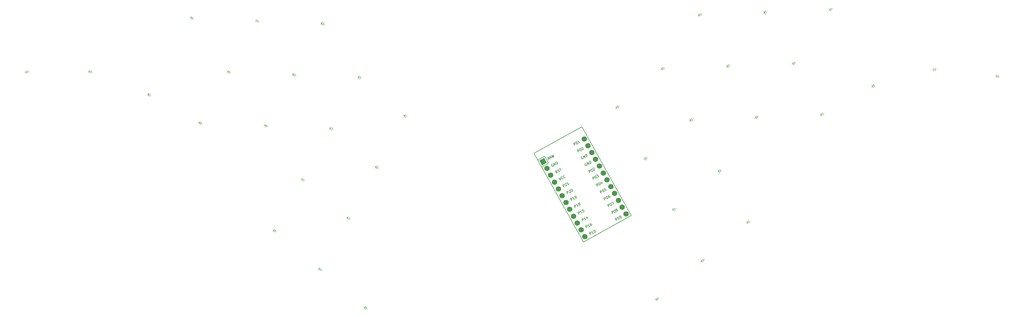
<source format=gbr>
%TF.GenerationSoftware,KiCad,Pcbnew,8.0.8-2.fc41*%
%TF.CreationDate,2025-01-20T23:34:32+01:00*%
%TF.ProjectId,laserraven_traced_and_silked_screws,6c617365-7272-4617-9665-6e5f74726163,1.0.0*%
%TF.SameCoordinates,Original*%
%TF.FileFunction,Legend,Top*%
%TF.FilePolarity,Positive*%
%FSLAX46Y46*%
G04 Gerber Fmt 4.6, Leading zero omitted, Abs format (unit mm)*
G04 Created by KiCad (PCBNEW 8.0.8-2.fc41) date 2025-01-20 23:34:32*
%MOMM*%
%LPD*%
G01*
G04 APERTURE LIST*
G04 Aperture macros list*
%AMRotRect*
0 Rectangle, with rotation*
0 The origin of the aperture is its center*
0 $1 length*
0 $2 width*
0 $3 Rotation angle, in degrees counterclockwise*
0 Add horizontal line*
21,1,$1,$2,0,0,$3*%
G04 Aperture macros list end*
%ADD10C,0.150000*%
%ADD11C,0.100000*%
%ADD12RotRect,1.752600X1.752600X299.000000*%
%ADD13C,1.752600*%
G04 APERTURE END LIST*
D10*
X234298651Y-197801024D02*
X233910803Y-197101328D01*
X233910803Y-197101328D02*
X234177354Y-196953577D01*
X234177354Y-196953577D02*
X234262461Y-196949958D01*
X234262461Y-196949958D02*
X234314248Y-196964808D01*
X234314248Y-196964808D02*
X234384505Y-197012976D01*
X234384505Y-197012976D02*
X234439912Y-197112933D01*
X234439912Y-197112933D02*
X234443531Y-197198040D01*
X234443531Y-197198040D02*
X234428681Y-197249827D01*
X234428681Y-197249827D02*
X234380512Y-197320084D01*
X234380512Y-197320084D02*
X234113962Y-197467836D01*
X235364854Y-197210018D02*
X234965028Y-197431645D01*
X235164941Y-197320832D02*
X234777093Y-196621136D01*
X234777093Y-196621136D02*
X234765862Y-196758030D01*
X234765862Y-196758030D02*
X234736163Y-196861606D01*
X234736163Y-196861606D02*
X234687994Y-196931863D01*
X235706028Y-196411113D02*
X235964593Y-196877577D01*
X235391683Y-196236907D02*
X235502122Y-196829035D01*
X235502122Y-196829035D02*
X235935267Y-196588938D01*
X232843670Y-175374578D02*
X232455822Y-174674882D01*
X232455822Y-174674882D02*
X232722373Y-174527131D01*
X232722373Y-174527131D02*
X232807480Y-174523512D01*
X232807480Y-174523512D02*
X232859267Y-174538362D01*
X232859267Y-174538362D02*
X232929524Y-174586530D01*
X232929524Y-174586530D02*
X232984931Y-174686487D01*
X232984931Y-174686487D02*
X232988550Y-174771594D01*
X232988550Y-174771594D02*
X232973700Y-174823381D01*
X232973700Y-174823381D02*
X232925531Y-174893638D01*
X232925531Y-174893638D02*
X232658981Y-175041390D01*
X233288793Y-174213159D02*
X233355431Y-174176221D01*
X233355431Y-174176221D02*
X233440538Y-174172602D01*
X233440538Y-174172602D02*
X233492325Y-174187452D01*
X233492325Y-174187452D02*
X233562582Y-174235621D01*
X233562582Y-174235621D02*
X233669777Y-174350427D01*
X233669777Y-174350427D02*
X233762122Y-174517021D01*
X233762122Y-174517021D02*
X233802678Y-174668766D01*
X233802678Y-174668766D02*
X233806297Y-174753872D01*
X233806297Y-174753872D02*
X233791448Y-174805660D01*
X233791448Y-174805660D02*
X233743279Y-174875917D01*
X233743279Y-174875917D02*
X233676641Y-174912855D01*
X233676641Y-174912855D02*
X233591534Y-174916474D01*
X233591534Y-174916474D02*
X233539747Y-174901624D01*
X233539747Y-174901624D02*
X233469490Y-174853455D01*
X233469490Y-174853455D02*
X233362295Y-174738649D01*
X233362295Y-174738649D02*
X233269951Y-174572054D01*
X233269951Y-174572054D02*
X233229394Y-174420310D01*
X233229394Y-174420310D02*
X233225775Y-174335203D01*
X233225775Y-174335203D02*
X233240625Y-174283416D01*
X233240625Y-174283416D02*
X233288793Y-174213159D01*
X233955171Y-173843780D02*
X234021808Y-173806842D01*
X234021808Y-173806842D02*
X234106915Y-173803223D01*
X234106915Y-173803223D02*
X234158703Y-173818073D01*
X234158703Y-173818073D02*
X234228959Y-173866242D01*
X234228959Y-173866242D02*
X234336154Y-173981048D01*
X234336154Y-173981048D02*
X234428499Y-174147642D01*
X234428499Y-174147642D02*
X234469056Y-174299387D01*
X234469056Y-174299387D02*
X234472675Y-174384493D01*
X234472675Y-174384493D02*
X234457825Y-174436281D01*
X234457825Y-174436281D02*
X234409656Y-174506538D01*
X234409656Y-174506538D02*
X234343018Y-174543476D01*
X234343018Y-174543476D02*
X234257912Y-174547095D01*
X234257912Y-174547095D02*
X234206124Y-174532245D01*
X234206124Y-174532245D02*
X234135867Y-174484076D01*
X234135867Y-174484076D02*
X234028672Y-174369270D01*
X234028672Y-174369270D02*
X233936328Y-174202675D01*
X233936328Y-174202675D02*
X233895771Y-174050931D01*
X233895771Y-174050931D02*
X233892152Y-173965825D01*
X233892152Y-173965825D02*
X233907002Y-173914037D01*
X233907002Y-173914037D02*
X233955171Y-173843780D01*
X236537918Y-182039179D02*
X236150070Y-181339483D01*
X236150070Y-181339483D02*
X236416621Y-181191732D01*
X236416621Y-181191732D02*
X236501728Y-181188113D01*
X236501728Y-181188113D02*
X236553515Y-181202963D01*
X236553515Y-181202963D02*
X236623772Y-181251131D01*
X236623772Y-181251131D02*
X236679179Y-181351088D01*
X236679179Y-181351088D02*
X236682798Y-181436195D01*
X236682798Y-181436195D02*
X236667948Y-181487982D01*
X236667948Y-181487982D02*
X236619779Y-181558239D01*
X236619779Y-181558239D02*
X236353229Y-181705991D01*
X236983041Y-180877760D02*
X237049679Y-180840822D01*
X237049679Y-180840822D02*
X237134786Y-180837203D01*
X237134786Y-180837203D02*
X237186573Y-180852053D01*
X237186573Y-180852053D02*
X237256830Y-180900222D01*
X237256830Y-180900222D02*
X237364025Y-181015028D01*
X237364025Y-181015028D02*
X237456370Y-181181622D01*
X237456370Y-181181622D02*
X237496926Y-181333367D01*
X237496926Y-181333367D02*
X237500545Y-181418473D01*
X237500545Y-181418473D02*
X237485696Y-181470261D01*
X237485696Y-181470261D02*
X237437527Y-181540518D01*
X237437527Y-181540518D02*
X237370889Y-181577456D01*
X237370889Y-181577456D02*
X237285782Y-181581075D01*
X237285782Y-181581075D02*
X237233995Y-181566225D01*
X237233995Y-181566225D02*
X237163738Y-181518056D01*
X237163738Y-181518056D02*
X237056543Y-181403250D01*
X237056543Y-181403250D02*
X236964199Y-181236655D01*
X236964199Y-181236655D02*
X236923642Y-181084911D01*
X236923642Y-181084911D02*
X236920023Y-180999804D01*
X236920023Y-180999804D02*
X236934873Y-180948017D01*
X236934873Y-180948017D02*
X236983041Y-180877760D01*
X237519762Y-180667363D02*
X237534612Y-180615576D01*
X237534612Y-180615576D02*
X237582781Y-180545319D01*
X237582781Y-180545319D02*
X237749375Y-180452974D01*
X237749375Y-180452974D02*
X237834482Y-180449355D01*
X237834482Y-180449355D02*
X237886269Y-180464205D01*
X237886269Y-180464205D02*
X237956526Y-180512374D01*
X237956526Y-180512374D02*
X237993464Y-180579012D01*
X237993464Y-180579012D02*
X238015552Y-180697437D01*
X238015552Y-180697437D02*
X237837353Y-181318890D01*
X237837353Y-181318890D02*
X238270498Y-181078794D01*
X239000751Y-186482247D02*
X238612903Y-185782551D01*
X238612903Y-185782551D02*
X238879454Y-185634800D01*
X238879454Y-185634800D02*
X238964561Y-185631181D01*
X238964561Y-185631181D02*
X239016348Y-185646031D01*
X239016348Y-185646031D02*
X239086605Y-185694199D01*
X239086605Y-185694199D02*
X239142012Y-185794156D01*
X239142012Y-185794156D02*
X239145631Y-185879263D01*
X239145631Y-185879263D02*
X239130781Y-185931050D01*
X239130781Y-185931050D02*
X239082612Y-186001307D01*
X239082612Y-186001307D02*
X238816062Y-186149059D01*
X239445874Y-185320828D02*
X239512512Y-185283890D01*
X239512512Y-185283890D02*
X239597619Y-185280271D01*
X239597619Y-185280271D02*
X239649406Y-185295121D01*
X239649406Y-185295121D02*
X239719663Y-185343290D01*
X239719663Y-185343290D02*
X239826858Y-185458096D01*
X239826858Y-185458096D02*
X239919203Y-185624690D01*
X239919203Y-185624690D02*
X239959759Y-185776435D01*
X239959759Y-185776435D02*
X239963378Y-185861541D01*
X239963378Y-185861541D02*
X239948529Y-185913329D01*
X239948529Y-185913329D02*
X239900360Y-185983586D01*
X239900360Y-185983586D02*
X239833722Y-186020524D01*
X239833722Y-186020524D02*
X239748615Y-186024143D01*
X239748615Y-186024143D02*
X239696828Y-186009293D01*
X239696828Y-186009293D02*
X239626571Y-185961124D01*
X239626571Y-185961124D02*
X239519376Y-185846318D01*
X239519376Y-185846318D02*
X239427032Y-185679723D01*
X239427032Y-185679723D02*
X239386475Y-185527979D01*
X239386475Y-185527979D02*
X239382856Y-185442872D01*
X239382856Y-185442872D02*
X239397706Y-185391085D01*
X239397706Y-185391085D02*
X239445874Y-185320828D01*
X240408128Y-185092336D02*
X240666693Y-185558800D01*
X240093783Y-184918130D02*
X240204222Y-185510258D01*
X240204222Y-185510258D02*
X240637367Y-185270161D01*
X229372987Y-188914887D02*
X228985139Y-188215191D01*
X228985139Y-188215191D02*
X229251690Y-188067440D01*
X229251690Y-188067440D02*
X229336797Y-188063821D01*
X229336797Y-188063821D02*
X229388584Y-188078671D01*
X229388584Y-188078671D02*
X229458841Y-188126839D01*
X229458841Y-188126839D02*
X229514248Y-188226796D01*
X229514248Y-188226796D02*
X229517867Y-188311903D01*
X229517867Y-188311903D02*
X229503017Y-188363690D01*
X229503017Y-188363690D02*
X229454848Y-188433947D01*
X229454848Y-188433947D02*
X229188298Y-188581699D01*
X229688454Y-187912450D02*
X229703304Y-187860662D01*
X229703304Y-187860662D02*
X229751473Y-187790406D01*
X229751473Y-187790406D02*
X229918067Y-187698061D01*
X229918067Y-187698061D02*
X230003174Y-187694442D01*
X230003174Y-187694442D02*
X230054961Y-187709292D01*
X230054961Y-187709292D02*
X230125218Y-187757461D01*
X230125218Y-187757461D02*
X230162156Y-187824098D01*
X230162156Y-187824098D02*
X230184244Y-187942524D01*
X230184244Y-187942524D02*
X230006045Y-188563977D01*
X230006045Y-188563977D02*
X230439190Y-188323881D01*
X230484488Y-187384089D02*
X230551125Y-187347151D01*
X230551125Y-187347151D02*
X230636232Y-187343532D01*
X230636232Y-187343532D02*
X230688020Y-187358382D01*
X230688020Y-187358382D02*
X230758276Y-187406551D01*
X230758276Y-187406551D02*
X230865471Y-187521357D01*
X230865471Y-187521357D02*
X230957816Y-187687951D01*
X230957816Y-187687951D02*
X230998373Y-187839696D01*
X230998373Y-187839696D02*
X231001992Y-187924802D01*
X231001992Y-187924802D02*
X230987142Y-187976590D01*
X230987142Y-187976590D02*
X230938973Y-188046847D01*
X230938973Y-188046847D02*
X230872335Y-188083785D01*
X230872335Y-188083785D02*
X230787229Y-188087404D01*
X230787229Y-188087404D02*
X230735441Y-188072554D01*
X230735441Y-188072554D02*
X230665184Y-188024385D01*
X230665184Y-188024385D02*
X230557989Y-187909579D01*
X230557989Y-187909579D02*
X230465645Y-187742984D01*
X230465645Y-187742984D02*
X230425088Y-187591240D01*
X230425088Y-187591240D02*
X230421469Y-187506134D01*
X230421469Y-187506134D02*
X230436319Y-187454346D01*
X230436319Y-187454346D02*
X230484488Y-187384089D01*
X233067235Y-195579487D02*
X232679387Y-194879791D01*
X232679387Y-194879791D02*
X232945938Y-194732040D01*
X232945938Y-194732040D02*
X233031045Y-194728421D01*
X233031045Y-194728421D02*
X233082832Y-194743271D01*
X233082832Y-194743271D02*
X233153089Y-194791439D01*
X233153089Y-194791439D02*
X233208496Y-194891396D01*
X233208496Y-194891396D02*
X233212115Y-194976503D01*
X233212115Y-194976503D02*
X233197265Y-195028290D01*
X233197265Y-195028290D02*
X233149096Y-195098547D01*
X233149096Y-195098547D02*
X232882546Y-195246299D01*
X234133438Y-194988481D02*
X233733612Y-195210108D01*
X233933525Y-195099295D02*
X233545677Y-194399599D01*
X233545677Y-194399599D02*
X233534446Y-194536493D01*
X233534446Y-194536493D02*
X233504747Y-194640069D01*
X233504747Y-194640069D02*
X233456578Y-194710326D01*
X234378649Y-193937875D02*
X234045460Y-194122565D01*
X234045460Y-194122565D02*
X234196831Y-194474222D01*
X234196831Y-194474222D02*
X234211681Y-194422434D01*
X234211681Y-194422434D02*
X234259849Y-194352178D01*
X234259849Y-194352178D02*
X234426444Y-194259833D01*
X234426444Y-194259833D02*
X234511550Y-194256214D01*
X234511550Y-194256214D02*
X234563338Y-194271064D01*
X234563338Y-194271064D02*
X234633595Y-194319233D01*
X234633595Y-194319233D02*
X234725939Y-194485827D01*
X234725939Y-194485827D02*
X234729558Y-194570933D01*
X234729558Y-194570933D02*
X234714709Y-194622721D01*
X234714709Y-194622721D02*
X234666540Y-194692978D01*
X234666540Y-194692978D02*
X234499946Y-194785323D01*
X234499946Y-194785323D02*
X234414839Y-194788942D01*
X234414839Y-194788942D02*
X234363051Y-194774092D01*
X236761484Y-202244089D02*
X236373636Y-201544393D01*
X236373636Y-201544393D02*
X236640187Y-201396642D01*
X236640187Y-201396642D02*
X236725294Y-201393023D01*
X236725294Y-201393023D02*
X236777081Y-201407873D01*
X236777081Y-201407873D02*
X236847338Y-201456041D01*
X236847338Y-201456041D02*
X236902745Y-201555998D01*
X236902745Y-201555998D02*
X236906364Y-201641105D01*
X236906364Y-201641105D02*
X236891514Y-201692892D01*
X236891514Y-201692892D02*
X236843345Y-201763149D01*
X236843345Y-201763149D02*
X236576795Y-201910901D01*
X237827687Y-201653083D02*
X237427861Y-201874710D01*
X237627774Y-201763897D02*
X237239926Y-201064201D01*
X237239926Y-201064201D02*
X237228695Y-201201095D01*
X237228695Y-201201095D02*
X237198996Y-201304671D01*
X237198996Y-201304671D02*
X237150827Y-201374928D01*
X237872985Y-200713291D02*
X237939622Y-200676353D01*
X237939622Y-200676353D02*
X238024729Y-200672734D01*
X238024729Y-200672734D02*
X238076517Y-200687584D01*
X238076517Y-200687584D02*
X238146773Y-200735753D01*
X238146773Y-200735753D02*
X238253968Y-200850559D01*
X238253968Y-200850559D02*
X238346313Y-201017153D01*
X238346313Y-201017153D02*
X238386870Y-201168898D01*
X238386870Y-201168898D02*
X238390489Y-201254004D01*
X238390489Y-201254004D02*
X238375639Y-201305792D01*
X238375639Y-201305792D02*
X238327470Y-201376049D01*
X238327470Y-201376049D02*
X238260832Y-201412987D01*
X238260832Y-201412987D02*
X238175726Y-201416606D01*
X238175726Y-201416606D02*
X238123938Y-201401756D01*
X238123938Y-201401756D02*
X238053681Y-201353587D01*
X238053681Y-201353587D02*
X237946486Y-201238781D01*
X237946486Y-201238781D02*
X237854142Y-201072186D01*
X237854142Y-201072186D02*
X237813585Y-200920442D01*
X237813585Y-200920442D02*
X237809966Y-200835336D01*
X237809966Y-200835336D02*
X237824816Y-200783548D01*
X237824816Y-200783548D02*
X237872985Y-200713291D01*
X231612254Y-173153045D02*
X231224406Y-172453349D01*
X231224406Y-172453349D02*
X231490957Y-172305598D01*
X231490957Y-172305598D02*
X231576064Y-172301979D01*
X231576064Y-172301979D02*
X231627851Y-172316829D01*
X231627851Y-172316829D02*
X231698108Y-172364997D01*
X231698108Y-172364997D02*
X231753515Y-172464954D01*
X231753515Y-172464954D02*
X231757134Y-172550061D01*
X231757134Y-172550061D02*
X231742284Y-172601848D01*
X231742284Y-172601848D02*
X231694115Y-172672105D01*
X231694115Y-172672105D02*
X231427565Y-172819857D01*
X232057377Y-171991626D02*
X232124015Y-171954688D01*
X232124015Y-171954688D02*
X232209122Y-171951069D01*
X232209122Y-171951069D02*
X232260909Y-171965919D01*
X232260909Y-171965919D02*
X232331166Y-172014088D01*
X232331166Y-172014088D02*
X232438361Y-172128894D01*
X232438361Y-172128894D02*
X232530706Y-172295488D01*
X232530706Y-172295488D02*
X232571262Y-172447233D01*
X232571262Y-172447233D02*
X232574881Y-172532339D01*
X232574881Y-172532339D02*
X232560032Y-172584127D01*
X232560032Y-172584127D02*
X232511863Y-172654384D01*
X232511863Y-172654384D02*
X232445225Y-172691322D01*
X232445225Y-172691322D02*
X232360118Y-172694941D01*
X232360118Y-172694941D02*
X232308331Y-172680091D01*
X232308331Y-172680091D02*
X232238074Y-172631922D01*
X232238074Y-172631922D02*
X232130879Y-172517116D01*
X232130879Y-172517116D02*
X232038535Y-172350521D01*
X232038535Y-172350521D02*
X231997978Y-172198777D01*
X231997978Y-172198777D02*
X231994359Y-172113670D01*
X231994359Y-172113670D02*
X232009209Y-172061883D01*
X232009209Y-172061883D02*
X232057377Y-171991626D01*
X233344834Y-172192660D02*
X232945008Y-172414287D01*
X233144921Y-172303474D02*
X232757073Y-171603778D01*
X232757073Y-171603778D02*
X232745842Y-171740672D01*
X232745842Y-171740672D02*
X232716143Y-171844248D01*
X232716143Y-171844248D02*
X232667974Y-171914505D01*
X231835820Y-193357955D02*
X231447972Y-192658259D01*
X231447972Y-192658259D02*
X231714523Y-192510508D01*
X231714523Y-192510508D02*
X231799630Y-192506889D01*
X231799630Y-192506889D02*
X231851417Y-192521739D01*
X231851417Y-192521739D02*
X231921674Y-192569907D01*
X231921674Y-192569907D02*
X231977081Y-192669864D01*
X231977081Y-192669864D02*
X231980700Y-192754971D01*
X231980700Y-192754971D02*
X231965850Y-192806758D01*
X231965850Y-192806758D02*
X231917681Y-192877015D01*
X231917681Y-192877015D02*
X231651131Y-193024767D01*
X232902023Y-192766949D02*
X232502197Y-192988576D01*
X232702110Y-192877763D02*
X232314262Y-192178067D01*
X232314262Y-192178067D02*
X232303031Y-192314961D01*
X232303031Y-192314961D02*
X232273332Y-192418537D01*
X232273332Y-192418537D02*
X232225163Y-192488794D01*
X233080222Y-192145496D02*
X232995115Y-192149115D01*
X232995115Y-192149115D02*
X232943328Y-192134265D01*
X232943328Y-192134265D02*
X232873071Y-192086096D01*
X232873071Y-192086096D02*
X232854602Y-192052777D01*
X232854602Y-192052777D02*
X232850983Y-191967670D01*
X232850983Y-191967670D02*
X232865833Y-191915883D01*
X232865833Y-191915883D02*
X232914002Y-191845626D01*
X232914002Y-191845626D02*
X233047277Y-191771750D01*
X233047277Y-191771750D02*
X233132384Y-191768131D01*
X233132384Y-191768131D02*
X233184171Y-191782981D01*
X233184171Y-191782981D02*
X233254428Y-191831150D01*
X233254428Y-191831150D02*
X233272897Y-191864469D01*
X233272897Y-191864469D02*
X233276516Y-191949575D01*
X233276516Y-191949575D02*
X233261666Y-192001363D01*
X233261666Y-192001363D02*
X233213497Y-192071620D01*
X233213497Y-192071620D02*
X233080222Y-192145496D01*
X233080222Y-192145496D02*
X233032053Y-192215752D01*
X233032053Y-192215752D02*
X233017203Y-192267540D01*
X233017203Y-192267540D02*
X233020822Y-192352647D01*
X233020822Y-192352647D02*
X233094698Y-192485922D01*
X233094698Y-192485922D02*
X233164955Y-192534091D01*
X233164955Y-192534091D02*
X233216743Y-192548941D01*
X233216743Y-192548941D02*
X233301849Y-192545322D01*
X233301849Y-192545322D02*
X233435125Y-192471446D01*
X233435125Y-192471446D02*
X233483294Y-192401189D01*
X233483294Y-192401189D02*
X233498143Y-192349401D01*
X233498143Y-192349401D02*
X233494524Y-192264295D01*
X233494524Y-192264295D02*
X233420649Y-192131019D01*
X233420649Y-192131019D02*
X233350392Y-192082851D01*
X233350392Y-192082851D02*
X233298604Y-192068001D01*
X233298604Y-192068001D02*
X233213497Y-192071620D01*
X223582413Y-177604059D02*
X223164492Y-177400153D01*
X223182587Y-177825686D02*
X222794740Y-177125990D01*
X222794740Y-177125990D02*
X223061290Y-176978239D01*
X223061290Y-176978239D02*
X223146397Y-176974620D01*
X223146397Y-176974620D02*
X223198185Y-176989470D01*
X223198185Y-176989470D02*
X223268442Y-177037638D01*
X223268442Y-177037638D02*
X223323848Y-177137595D01*
X223323848Y-177137595D02*
X223327467Y-177222701D01*
X223327467Y-177222701D02*
X223312617Y-177274489D01*
X223312617Y-177274489D02*
X223264449Y-177344746D01*
X223264449Y-177344746D02*
X222997898Y-177492497D01*
X223738151Y-177256394D02*
X224071339Y-177071705D01*
X223782327Y-177493245D02*
X223627711Y-176664267D01*
X223627711Y-176664267D02*
X224248790Y-177234680D01*
X224027537Y-176442640D02*
X224581979Y-177049991D01*
X224581979Y-177049991D02*
X224438220Y-176476332D01*
X224438220Y-176476332D02*
X224848529Y-176902239D01*
X224848529Y-176902239D02*
X224627276Y-176110199D01*
X226145201Y-181991721D02*
X225727280Y-181787815D01*
X225745375Y-182213348D02*
X225357527Y-181513652D01*
X225357527Y-181513652D02*
X225624078Y-181365901D01*
X225624078Y-181365901D02*
X225709185Y-181362282D01*
X225709185Y-181362282D02*
X225760973Y-181377132D01*
X225760973Y-181377132D02*
X225831229Y-181425300D01*
X225831229Y-181425300D02*
X225886636Y-181525257D01*
X225886636Y-181525257D02*
X225890255Y-181610363D01*
X225890255Y-181610363D02*
X225875405Y-181662151D01*
X225875405Y-181662151D02*
X225827236Y-181732408D01*
X225827236Y-181732408D02*
X225560686Y-181880159D01*
X226393283Y-181810650D02*
X226511709Y-181788562D01*
X226511709Y-181788562D02*
X226678303Y-181696218D01*
X226678303Y-181696218D02*
X226726472Y-181625961D01*
X226726472Y-181625961D02*
X226741321Y-181574173D01*
X226741321Y-181574173D02*
X226737702Y-181489067D01*
X226737702Y-181489067D02*
X226700765Y-181422429D01*
X226700765Y-181422429D02*
X226630508Y-181374260D01*
X226630508Y-181374260D02*
X226578720Y-181359410D01*
X226578720Y-181359410D02*
X226493613Y-181363029D01*
X226493613Y-181363029D02*
X226341869Y-181403586D01*
X226341869Y-181403586D02*
X226256762Y-181407205D01*
X226256762Y-181407205D02*
X226204975Y-181392355D01*
X226204975Y-181392355D02*
X226134718Y-181344187D01*
X226134718Y-181344187D02*
X226097780Y-181277549D01*
X226097780Y-181277549D02*
X226094161Y-181192442D01*
X226094161Y-181192442D02*
X226109011Y-181140654D01*
X226109011Y-181140654D02*
X226157180Y-181070398D01*
X226157180Y-181070398D02*
X226323774Y-180978053D01*
X226323774Y-180978053D02*
X226442199Y-180955965D01*
X226623644Y-180811832D02*
X227023470Y-180590205D01*
X227211405Y-181400715D02*
X226823557Y-180701019D01*
X242695001Y-193146848D02*
X242307153Y-192447152D01*
X242307153Y-192447152D02*
X242573704Y-192299401D01*
X242573704Y-192299401D02*
X242658811Y-192295782D01*
X242658811Y-192295782D02*
X242710598Y-192310632D01*
X242710598Y-192310632D02*
X242780855Y-192358800D01*
X242780855Y-192358800D02*
X242836262Y-192458757D01*
X242836262Y-192458757D02*
X242839881Y-192543864D01*
X242839881Y-192543864D02*
X242825031Y-192595651D01*
X242825031Y-192595651D02*
X242776862Y-192665908D01*
X242776862Y-192665908D02*
X242510312Y-192813660D01*
X243140124Y-191985429D02*
X243206762Y-191948491D01*
X243206762Y-191948491D02*
X243291869Y-191944872D01*
X243291869Y-191944872D02*
X243343656Y-191959722D01*
X243343656Y-191959722D02*
X243413913Y-192007891D01*
X243413913Y-192007891D02*
X243521108Y-192122697D01*
X243521108Y-192122697D02*
X243613453Y-192289291D01*
X243613453Y-192289291D02*
X243654009Y-192441036D01*
X243654009Y-192441036D02*
X243657628Y-192526142D01*
X243657628Y-192526142D02*
X243642779Y-192577930D01*
X243642779Y-192577930D02*
X243594610Y-192648187D01*
X243594610Y-192648187D02*
X243527972Y-192685125D01*
X243527972Y-192685125D02*
X243442865Y-192688744D01*
X243442865Y-192688744D02*
X243391078Y-192673894D01*
X243391078Y-192673894D02*
X243320821Y-192625725D01*
X243320821Y-192625725D02*
X243213626Y-192510919D01*
X243213626Y-192510919D02*
X243121282Y-192344324D01*
X243121282Y-192344324D02*
X243080725Y-192192580D01*
X243080725Y-192192580D02*
X243077106Y-192107473D01*
X243077106Y-192107473D02*
X243091956Y-192055686D01*
X243091956Y-192055686D02*
X243140124Y-191985429D01*
X243606588Y-191726864D02*
X244073052Y-191468298D01*
X244073052Y-191468298D02*
X244161030Y-192334215D01*
X228141572Y-186693351D02*
X227753724Y-185993655D01*
X227753724Y-185993655D02*
X228020275Y-185845904D01*
X228020275Y-185845904D02*
X228105382Y-185842285D01*
X228105382Y-185842285D02*
X228157169Y-185857135D01*
X228157169Y-185857135D02*
X228227426Y-185905303D01*
X228227426Y-185905303D02*
X228282833Y-186005260D01*
X228282833Y-186005260D02*
X228286452Y-186090367D01*
X228286452Y-186090367D02*
X228271602Y-186142154D01*
X228271602Y-186142154D02*
X228223433Y-186212411D01*
X228223433Y-186212411D02*
X227956883Y-186360163D01*
X228457039Y-185690914D02*
X228471889Y-185639126D01*
X228471889Y-185639126D02*
X228520058Y-185568870D01*
X228520058Y-185568870D02*
X228686652Y-185476525D01*
X228686652Y-185476525D02*
X228771759Y-185472906D01*
X228771759Y-185472906D02*
X228823546Y-185487756D01*
X228823546Y-185487756D02*
X228893803Y-185535925D01*
X228893803Y-185535925D02*
X228930741Y-185602562D01*
X228930741Y-185602562D02*
X228952829Y-185720988D01*
X228952829Y-185720988D02*
X228774630Y-186342441D01*
X228774630Y-186342441D02*
X229207775Y-186102345D01*
X229874152Y-185732966D02*
X229474326Y-185954593D01*
X229674239Y-185843780D02*
X229286391Y-185144084D01*
X229286391Y-185144084D02*
X229275160Y-185280978D01*
X229275160Y-185280978D02*
X229245461Y-185384554D01*
X229245461Y-185384554D02*
X229197292Y-185454811D01*
X226439009Y-183818295D02*
X227060089Y-184388709D01*
X227060089Y-184388709D02*
X226905473Y-183559730D01*
X227889441Y-183841879D02*
X227874591Y-183893667D01*
X227874591Y-183893667D02*
X227793103Y-183982392D01*
X227793103Y-183982392D02*
X227726466Y-184019330D01*
X227726466Y-184019330D02*
X227608040Y-184041418D01*
X227608040Y-184041418D02*
X227504465Y-184011718D01*
X227504465Y-184011718D02*
X227434208Y-183963549D01*
X227434208Y-183963549D02*
X227327013Y-183848743D01*
X227327013Y-183848743D02*
X227271607Y-183748786D01*
X227271607Y-183748786D02*
X227231050Y-183597042D01*
X227231050Y-183597042D02*
X227227431Y-183511936D01*
X227227431Y-183511936D02*
X227257130Y-183408360D01*
X227257130Y-183408360D02*
X227338618Y-183319634D01*
X227338618Y-183319634D02*
X227405256Y-183282696D01*
X227405256Y-183282696D02*
X227523681Y-183260608D01*
X227523681Y-183260608D02*
X227575469Y-183275458D01*
X228589137Y-183454031D02*
X228574287Y-183505819D01*
X228574287Y-183505819D02*
X228492799Y-183594544D01*
X228492799Y-183594544D02*
X228426162Y-183631482D01*
X228426162Y-183631482D02*
X228307736Y-183653570D01*
X228307736Y-183653570D02*
X228204160Y-183623871D01*
X228204160Y-183623871D02*
X228133904Y-183575702D01*
X228133904Y-183575702D02*
X228026709Y-183460895D01*
X228026709Y-183460895D02*
X227971302Y-183360939D01*
X227971302Y-183360939D02*
X227930745Y-183209194D01*
X227930745Y-183209194D02*
X227927126Y-183124088D01*
X227927126Y-183124088D02*
X227956826Y-183020512D01*
X227956826Y-183020512D02*
X228038314Y-182931787D01*
X228038314Y-182931787D02*
X228104952Y-182894849D01*
X228104952Y-182894849D02*
X228223377Y-182872761D01*
X228223377Y-182872761D02*
X228275165Y-182887611D01*
X237769335Y-184260714D02*
X237381487Y-183561018D01*
X237381487Y-183561018D02*
X237648038Y-183413267D01*
X237648038Y-183413267D02*
X237733145Y-183409648D01*
X237733145Y-183409648D02*
X237784932Y-183424498D01*
X237784932Y-183424498D02*
X237855189Y-183472666D01*
X237855189Y-183472666D02*
X237910596Y-183572623D01*
X237910596Y-183572623D02*
X237914215Y-183657730D01*
X237914215Y-183657730D02*
X237899365Y-183709517D01*
X237899365Y-183709517D02*
X237851196Y-183779774D01*
X237851196Y-183779774D02*
X237584646Y-183927526D01*
X238214458Y-183099295D02*
X238281096Y-183062357D01*
X238281096Y-183062357D02*
X238366203Y-183058738D01*
X238366203Y-183058738D02*
X238417990Y-183073588D01*
X238417990Y-183073588D02*
X238488247Y-183121757D01*
X238488247Y-183121757D02*
X238595442Y-183236563D01*
X238595442Y-183236563D02*
X238687787Y-183403157D01*
X238687787Y-183403157D02*
X238728343Y-183554902D01*
X238728343Y-183554902D02*
X238731962Y-183640008D01*
X238731962Y-183640008D02*
X238717113Y-183691796D01*
X238717113Y-183691796D02*
X238668944Y-183762053D01*
X238668944Y-183762053D02*
X238602306Y-183798991D01*
X238602306Y-183798991D02*
X238517199Y-183802610D01*
X238517199Y-183802610D02*
X238465412Y-183787760D01*
X238465412Y-183787760D02*
X238395155Y-183739591D01*
X238395155Y-183739591D02*
X238287960Y-183624785D01*
X238287960Y-183624785D02*
X238195616Y-183458190D01*
X238195616Y-183458190D02*
X238155059Y-183306446D01*
X238155059Y-183306446D02*
X238151440Y-183221339D01*
X238151440Y-183221339D02*
X238166290Y-183169552D01*
X238166290Y-183169552D02*
X238214458Y-183099295D01*
X238680922Y-182840730D02*
X239114067Y-182600633D01*
X239114067Y-182600633D02*
X239028587Y-182996467D01*
X239028587Y-182996467D02*
X239128544Y-182941060D01*
X239128544Y-182941060D02*
X239213650Y-182937441D01*
X239213650Y-182937441D02*
X239265438Y-182952291D01*
X239265438Y-182952291D02*
X239335695Y-183000460D01*
X239335695Y-183000460D02*
X239428039Y-183167054D01*
X239428039Y-183167054D02*
X239431658Y-183252160D01*
X239431658Y-183252160D02*
X239416809Y-183303948D01*
X239416809Y-183303948D02*
X239368640Y-183374205D01*
X239368640Y-183374205D02*
X239168727Y-183485019D01*
X239168727Y-183485019D02*
X239083620Y-183488638D01*
X239083620Y-183488638D02*
X239031832Y-183473788D01*
X235253654Y-178975815D02*
X235168547Y-178979434D01*
X235168547Y-178979434D02*
X235068591Y-179034841D01*
X235068591Y-179034841D02*
X234987103Y-179123566D01*
X234987103Y-179123566D02*
X234957403Y-179227142D01*
X234957403Y-179227142D02*
X234961022Y-179312249D01*
X234961022Y-179312249D02*
X235001579Y-179463993D01*
X235001579Y-179463993D02*
X235056986Y-179563949D01*
X235056986Y-179563949D02*
X235164181Y-179678756D01*
X235164181Y-179678756D02*
X235234437Y-179726925D01*
X235234437Y-179726925D02*
X235338013Y-179756624D01*
X235338013Y-179756624D02*
X235456438Y-179734536D01*
X235456438Y-179734536D02*
X235523076Y-179697599D01*
X235523076Y-179697599D02*
X235604564Y-179608873D01*
X235604564Y-179608873D02*
X235619414Y-179557085D01*
X235619414Y-179557085D02*
X235490131Y-179323853D01*
X235490131Y-179323853D02*
X235356856Y-179397729D01*
X235956221Y-179457502D02*
X235568373Y-178757807D01*
X235568373Y-178757807D02*
X236356047Y-179235875D01*
X236356047Y-179235875D02*
X235968200Y-178536179D01*
X236689236Y-179051186D02*
X236301388Y-178351490D01*
X236301388Y-178351490D02*
X236467982Y-178259145D01*
X236467982Y-178259145D02*
X236586408Y-178237057D01*
X236586408Y-178237057D02*
X236689983Y-178266757D01*
X236689983Y-178266757D02*
X236760240Y-178314926D01*
X236760240Y-178314926D02*
X236867434Y-178429732D01*
X236867434Y-178429732D02*
X236922841Y-178529689D01*
X236922841Y-178529689D02*
X236963398Y-178681433D01*
X236963398Y-178681433D02*
X236967017Y-178766540D01*
X236967017Y-178766540D02*
X236937317Y-178870116D01*
X236937317Y-178870116D02*
X236855830Y-178958841D01*
X236855830Y-178958841D02*
X236689236Y-179051186D01*
X234022238Y-176754278D02*
X233937131Y-176757897D01*
X233937131Y-176757897D02*
X233837175Y-176813304D01*
X233837175Y-176813304D02*
X233755687Y-176902029D01*
X233755687Y-176902029D02*
X233725987Y-177005605D01*
X233725987Y-177005605D02*
X233729606Y-177090712D01*
X233729606Y-177090712D02*
X233770163Y-177242456D01*
X233770163Y-177242456D02*
X233825570Y-177342412D01*
X233825570Y-177342412D02*
X233932765Y-177457219D01*
X233932765Y-177457219D02*
X234003021Y-177505388D01*
X234003021Y-177505388D02*
X234106597Y-177535087D01*
X234106597Y-177535087D02*
X234225022Y-177512999D01*
X234225022Y-177512999D02*
X234291660Y-177476062D01*
X234291660Y-177476062D02*
X234373148Y-177387336D01*
X234373148Y-177387336D02*
X234387998Y-177335548D01*
X234387998Y-177335548D02*
X234258715Y-177102316D01*
X234258715Y-177102316D02*
X234125440Y-177176192D01*
X234724805Y-177235965D02*
X234336957Y-176536270D01*
X234336957Y-176536270D02*
X235124631Y-177014338D01*
X235124631Y-177014338D02*
X234736784Y-176314642D01*
X235457820Y-176829649D02*
X235069972Y-176129953D01*
X235069972Y-176129953D02*
X235236566Y-176037608D01*
X235236566Y-176037608D02*
X235354992Y-176015520D01*
X235354992Y-176015520D02*
X235458567Y-176045220D01*
X235458567Y-176045220D02*
X235528824Y-176093389D01*
X235528824Y-176093389D02*
X235636018Y-176208195D01*
X235636018Y-176208195D02*
X235691425Y-176308152D01*
X235691425Y-176308152D02*
X235731982Y-176459896D01*
X235731982Y-176459896D02*
X235735601Y-176545003D01*
X235735601Y-176545003D02*
X235705901Y-176648579D01*
X235705901Y-176648579D02*
X235624414Y-176737304D01*
X235624414Y-176737304D02*
X235457820Y-176829649D01*
X241463584Y-190925315D02*
X241075736Y-190225619D01*
X241075736Y-190225619D02*
X241342287Y-190077868D01*
X241342287Y-190077868D02*
X241427394Y-190074249D01*
X241427394Y-190074249D02*
X241479181Y-190089099D01*
X241479181Y-190089099D02*
X241549438Y-190137267D01*
X241549438Y-190137267D02*
X241604845Y-190237224D01*
X241604845Y-190237224D02*
X241608464Y-190322331D01*
X241608464Y-190322331D02*
X241593614Y-190374118D01*
X241593614Y-190374118D02*
X241545445Y-190444375D01*
X241545445Y-190444375D02*
X241278895Y-190592127D01*
X241908707Y-189763896D02*
X241975345Y-189726958D01*
X241975345Y-189726958D02*
X242060452Y-189723339D01*
X242060452Y-189723339D02*
X242112239Y-189738189D01*
X242112239Y-189738189D02*
X242182496Y-189786358D01*
X242182496Y-189786358D02*
X242289691Y-189901164D01*
X242289691Y-189901164D02*
X242382036Y-190067758D01*
X242382036Y-190067758D02*
X242422592Y-190219503D01*
X242422592Y-190219503D02*
X242426211Y-190304609D01*
X242426211Y-190304609D02*
X242411362Y-190356397D01*
X242411362Y-190356397D02*
X242363193Y-190426654D01*
X242363193Y-190426654D02*
X242296555Y-190463592D01*
X242296555Y-190463592D02*
X242211448Y-190467211D01*
X242211448Y-190467211D02*
X242159661Y-190452361D01*
X242159661Y-190452361D02*
X242089404Y-190404192D01*
X242089404Y-190404192D02*
X241982209Y-190289386D01*
X241982209Y-190289386D02*
X241889865Y-190122791D01*
X241889865Y-190122791D02*
X241849308Y-189971047D01*
X241849308Y-189971047D02*
X241845689Y-189885940D01*
X241845689Y-189885940D02*
X241860539Y-189834153D01*
X241860539Y-189834153D02*
X241908707Y-189763896D01*
X242741679Y-189302172D02*
X242608403Y-189376048D01*
X242608403Y-189376048D02*
X242560235Y-189446305D01*
X242560235Y-189446305D02*
X242545385Y-189498093D01*
X242545385Y-189498093D02*
X242534154Y-189634987D01*
X242534154Y-189634987D02*
X242574711Y-189786731D01*
X242574711Y-189786731D02*
X242722462Y-190053282D01*
X242722462Y-190053282D02*
X242792719Y-190101451D01*
X242792719Y-190101451D02*
X242844507Y-190116301D01*
X242844507Y-190116301D02*
X242929613Y-190112682D01*
X242929613Y-190112682D02*
X243062889Y-190038806D01*
X243062889Y-190038806D02*
X243111058Y-189968549D01*
X243111058Y-189968549D02*
X243125907Y-189916761D01*
X243125907Y-189916761D02*
X243122288Y-189831655D01*
X243122288Y-189831655D02*
X243029944Y-189665061D01*
X243029944Y-189665061D02*
X242959687Y-189616892D01*
X242959687Y-189616892D02*
X242907899Y-189602042D01*
X242907899Y-189602042D02*
X242822793Y-189605661D01*
X242822793Y-189605661D02*
X242689517Y-189679537D01*
X242689517Y-189679537D02*
X242641348Y-189749793D01*
X242641348Y-189749793D02*
X242626499Y-189801581D01*
X242626499Y-189801581D02*
X242630118Y-189886688D01*
X245157832Y-197589917D02*
X244769984Y-196890221D01*
X244769984Y-196890221D02*
X245036535Y-196742470D01*
X245036535Y-196742470D02*
X245121642Y-196738851D01*
X245121642Y-196738851D02*
X245173429Y-196753701D01*
X245173429Y-196753701D02*
X245243686Y-196801869D01*
X245243686Y-196801869D02*
X245299093Y-196901826D01*
X245299093Y-196901826D02*
X245302712Y-196986933D01*
X245302712Y-196986933D02*
X245287862Y-197038720D01*
X245287862Y-197038720D02*
X245239693Y-197108977D01*
X245239693Y-197108977D02*
X244973143Y-197256729D01*
X245602955Y-196428498D02*
X245669593Y-196391560D01*
X245669593Y-196391560D02*
X245754700Y-196387941D01*
X245754700Y-196387941D02*
X245806487Y-196402791D01*
X245806487Y-196402791D02*
X245876744Y-196450960D01*
X245876744Y-196450960D02*
X245983939Y-196565766D01*
X245983939Y-196565766D02*
X246076284Y-196732360D01*
X246076284Y-196732360D02*
X246116840Y-196884105D01*
X246116840Y-196884105D02*
X246120459Y-196969211D01*
X246120459Y-196969211D02*
X246105610Y-197020999D01*
X246105610Y-197020999D02*
X246057441Y-197091256D01*
X246057441Y-197091256D02*
X245990803Y-197128194D01*
X245990803Y-197128194D02*
X245905696Y-197131813D01*
X245905696Y-197131813D02*
X245853909Y-197116963D01*
X245853909Y-197116963D02*
X245783652Y-197068794D01*
X245783652Y-197068794D02*
X245676457Y-196953988D01*
X245676457Y-196953988D02*
X245584113Y-196787393D01*
X245584113Y-196787393D02*
X245543556Y-196635649D01*
X245543556Y-196635649D02*
X245539937Y-196550542D01*
X245539937Y-196550542D02*
X245554787Y-196498755D01*
X245554787Y-196498755D02*
X245602955Y-196428498D01*
X246557224Y-196814222D02*
X246690499Y-196740346D01*
X246690499Y-196740346D02*
X246738668Y-196670089D01*
X246738668Y-196670089D02*
X246753518Y-196618301D01*
X246753518Y-196618301D02*
X246764749Y-196481407D01*
X246764749Y-196481407D02*
X246724192Y-196329663D01*
X246724192Y-196329663D02*
X246576440Y-196063112D01*
X246576440Y-196063112D02*
X246506183Y-196014943D01*
X246506183Y-196014943D02*
X246454396Y-196000093D01*
X246454396Y-196000093D02*
X246369289Y-196003712D01*
X246369289Y-196003712D02*
X246236014Y-196077588D01*
X246236014Y-196077588D02*
X246187845Y-196147845D01*
X246187845Y-196147845D02*
X246172995Y-196199632D01*
X246172995Y-196199632D02*
X246176614Y-196284739D01*
X246176614Y-196284739D02*
X246268959Y-196451333D01*
X246268959Y-196451333D02*
X246339215Y-196499502D01*
X246339215Y-196499502D02*
X246391003Y-196514352D01*
X246391003Y-196514352D02*
X246476110Y-196510733D01*
X246476110Y-196510733D02*
X246609385Y-196436857D01*
X246609385Y-196436857D02*
X246657554Y-196366600D01*
X246657554Y-196366600D02*
X246672404Y-196314813D01*
X246672404Y-196314813D02*
X246668785Y-196229706D01*
X243926418Y-195368385D02*
X243538570Y-194668689D01*
X243538570Y-194668689D02*
X243805121Y-194520938D01*
X243805121Y-194520938D02*
X243890228Y-194517319D01*
X243890228Y-194517319D02*
X243942015Y-194532169D01*
X243942015Y-194532169D02*
X244012272Y-194580337D01*
X244012272Y-194580337D02*
X244067679Y-194680294D01*
X244067679Y-194680294D02*
X244071298Y-194765401D01*
X244071298Y-194765401D02*
X244056448Y-194817188D01*
X244056448Y-194817188D02*
X244008279Y-194887445D01*
X244008279Y-194887445D02*
X243741729Y-195035197D01*
X244371541Y-194206966D02*
X244438179Y-194170028D01*
X244438179Y-194170028D02*
X244523286Y-194166409D01*
X244523286Y-194166409D02*
X244575073Y-194181259D01*
X244575073Y-194181259D02*
X244645330Y-194229428D01*
X244645330Y-194229428D02*
X244752525Y-194344234D01*
X244752525Y-194344234D02*
X244844870Y-194510828D01*
X244844870Y-194510828D02*
X244885426Y-194662573D01*
X244885426Y-194662573D02*
X244889045Y-194747679D01*
X244889045Y-194747679D02*
X244874196Y-194799467D01*
X244874196Y-194799467D02*
X244826027Y-194869724D01*
X244826027Y-194869724D02*
X244759389Y-194906662D01*
X244759389Y-194906662D02*
X244674282Y-194910281D01*
X244674282Y-194910281D02*
X244622495Y-194895431D01*
X244622495Y-194895431D02*
X244552238Y-194847262D01*
X244552238Y-194847262D02*
X244445043Y-194732456D01*
X244445043Y-194732456D02*
X244352699Y-194565861D01*
X244352699Y-194565861D02*
X244312142Y-194414117D01*
X244312142Y-194414117D02*
X244308523Y-194329010D01*
X244308523Y-194329010D02*
X244323373Y-194277223D01*
X244323373Y-194277223D02*
X244371541Y-194206966D01*
X245170820Y-194155926D02*
X245085713Y-194159545D01*
X245085713Y-194159545D02*
X245033926Y-194144695D01*
X245033926Y-194144695D02*
X244963669Y-194096526D01*
X244963669Y-194096526D02*
X244945200Y-194063207D01*
X244945200Y-194063207D02*
X244941581Y-193978100D01*
X244941581Y-193978100D02*
X244956431Y-193926313D01*
X244956431Y-193926313D02*
X245004600Y-193856056D01*
X245004600Y-193856056D02*
X245137875Y-193782180D01*
X245137875Y-193782180D02*
X245222982Y-193778561D01*
X245222982Y-193778561D02*
X245274769Y-193793411D01*
X245274769Y-193793411D02*
X245345026Y-193841580D01*
X245345026Y-193841580D02*
X245363495Y-193874899D01*
X245363495Y-193874899D02*
X245367114Y-193960005D01*
X245367114Y-193960005D02*
X245352264Y-194011793D01*
X245352264Y-194011793D02*
X245304095Y-194082050D01*
X245304095Y-194082050D02*
X245170820Y-194155926D01*
X245170820Y-194155926D02*
X245122651Y-194226182D01*
X245122651Y-194226182D02*
X245107801Y-194277970D01*
X245107801Y-194277970D02*
X245111420Y-194363077D01*
X245111420Y-194363077D02*
X245185296Y-194496352D01*
X245185296Y-194496352D02*
X245255553Y-194544521D01*
X245255553Y-194544521D02*
X245307341Y-194559371D01*
X245307341Y-194559371D02*
X245392447Y-194555752D01*
X245392447Y-194555752D02*
X245525723Y-194481876D01*
X245525723Y-194481876D02*
X245573892Y-194411619D01*
X245573892Y-194411619D02*
X245588741Y-194359831D01*
X245588741Y-194359831D02*
X245585122Y-194274725D01*
X245585122Y-194274725D02*
X245511247Y-194141449D01*
X245511247Y-194141449D02*
X245440990Y-194093281D01*
X245440990Y-194093281D02*
X245389202Y-194078431D01*
X245389202Y-194078431D02*
X245304095Y-194082050D01*
X224394471Y-179186917D02*
X224309364Y-179190536D01*
X224309364Y-179190536D02*
X224209408Y-179245943D01*
X224209408Y-179245943D02*
X224127920Y-179334668D01*
X224127920Y-179334668D02*
X224098220Y-179438244D01*
X224098220Y-179438244D02*
X224101839Y-179523351D01*
X224101839Y-179523351D02*
X224142396Y-179675095D01*
X224142396Y-179675095D02*
X224197803Y-179775051D01*
X224197803Y-179775051D02*
X224304998Y-179889858D01*
X224304998Y-179889858D02*
X224375254Y-179938027D01*
X224375254Y-179938027D02*
X224478830Y-179967726D01*
X224478830Y-179967726D02*
X224597255Y-179945638D01*
X224597255Y-179945638D02*
X224663893Y-179908701D01*
X224663893Y-179908701D02*
X224745381Y-179819975D01*
X224745381Y-179819975D02*
X224760231Y-179768187D01*
X224760231Y-179768187D02*
X224630948Y-179534955D01*
X224630948Y-179534955D02*
X224497673Y-179608831D01*
X225097038Y-179668604D02*
X224709190Y-178968909D01*
X224709190Y-178968909D02*
X225496864Y-179446977D01*
X225496864Y-179446977D02*
X225109017Y-178747281D01*
X225830053Y-179262288D02*
X225442205Y-178562592D01*
X225442205Y-178562592D02*
X225608799Y-178470247D01*
X225608799Y-178470247D02*
X225727225Y-178448159D01*
X225727225Y-178448159D02*
X225830800Y-178477859D01*
X225830800Y-178477859D02*
X225901057Y-178526028D01*
X225901057Y-178526028D02*
X226008251Y-178640834D01*
X226008251Y-178640834D02*
X226063658Y-178740791D01*
X226063658Y-178740791D02*
X226104215Y-178892535D01*
X226104215Y-178892535D02*
X226107834Y-178977642D01*
X226107834Y-178977642D02*
X226078134Y-179081218D01*
X226078134Y-179081218D02*
X225996647Y-179169943D01*
X225996647Y-179169943D02*
X225830053Y-179262288D01*
X230604403Y-191136420D02*
X230216555Y-190436724D01*
X230216555Y-190436724D02*
X230483106Y-190288973D01*
X230483106Y-190288973D02*
X230568213Y-190285354D01*
X230568213Y-190285354D02*
X230620000Y-190300204D01*
X230620000Y-190300204D02*
X230690257Y-190348372D01*
X230690257Y-190348372D02*
X230745664Y-190448329D01*
X230745664Y-190448329D02*
X230749283Y-190533436D01*
X230749283Y-190533436D02*
X230734433Y-190585223D01*
X230734433Y-190585223D02*
X230686264Y-190655480D01*
X230686264Y-190655480D02*
X230419714Y-190803232D01*
X231670606Y-190545414D02*
X231270780Y-190767041D01*
X231470693Y-190656228D02*
X231082845Y-189956532D01*
X231082845Y-189956532D02*
X231071614Y-190093426D01*
X231071614Y-190093426D02*
X231041915Y-190197002D01*
X231041915Y-190197002D02*
X230993746Y-190267259D01*
X232003795Y-190360725D02*
X232137070Y-190286849D01*
X232137070Y-190286849D02*
X232185239Y-190216592D01*
X232185239Y-190216592D02*
X232200089Y-190164804D01*
X232200089Y-190164804D02*
X232211320Y-190027910D01*
X232211320Y-190027910D02*
X232170763Y-189876166D01*
X232170763Y-189876166D02*
X232023011Y-189609615D01*
X232023011Y-189609615D02*
X231952754Y-189561446D01*
X231952754Y-189561446D02*
X231900967Y-189546596D01*
X231900967Y-189546596D02*
X231815860Y-189550215D01*
X231815860Y-189550215D02*
X231682585Y-189624091D01*
X231682585Y-189624091D02*
X231634416Y-189694348D01*
X231634416Y-189694348D02*
X231619566Y-189746135D01*
X231619566Y-189746135D02*
X231623185Y-189831242D01*
X231623185Y-189831242D02*
X231715530Y-189997836D01*
X231715530Y-189997836D02*
X231785786Y-190046005D01*
X231785786Y-190046005D02*
X231837574Y-190060855D01*
X231837574Y-190060855D02*
X231922681Y-190057236D01*
X231922681Y-190057236D02*
X232055956Y-189983360D01*
X232055956Y-189983360D02*
X232104125Y-189913103D01*
X232104125Y-189913103D02*
X232118975Y-189861316D01*
X232118975Y-189861316D02*
X232115356Y-189776209D01*
X240232166Y-188703783D02*
X239844318Y-188004087D01*
X239844318Y-188004087D02*
X240110869Y-187856336D01*
X240110869Y-187856336D02*
X240195976Y-187852717D01*
X240195976Y-187852717D02*
X240247763Y-187867567D01*
X240247763Y-187867567D02*
X240318020Y-187915735D01*
X240318020Y-187915735D02*
X240373427Y-188015692D01*
X240373427Y-188015692D02*
X240377046Y-188100799D01*
X240377046Y-188100799D02*
X240362196Y-188152586D01*
X240362196Y-188152586D02*
X240314027Y-188222843D01*
X240314027Y-188222843D02*
X240047477Y-188370595D01*
X240677289Y-187542364D02*
X240743927Y-187505426D01*
X240743927Y-187505426D02*
X240829034Y-187501807D01*
X240829034Y-187501807D02*
X240880821Y-187516657D01*
X240880821Y-187516657D02*
X240951078Y-187564826D01*
X240951078Y-187564826D02*
X241058273Y-187679632D01*
X241058273Y-187679632D02*
X241150618Y-187846226D01*
X241150618Y-187846226D02*
X241191174Y-187997971D01*
X241191174Y-187997971D02*
X241194793Y-188083077D01*
X241194793Y-188083077D02*
X241179944Y-188134865D01*
X241179944Y-188134865D02*
X241131775Y-188205122D01*
X241131775Y-188205122D02*
X241065137Y-188242060D01*
X241065137Y-188242060D02*
X240980030Y-188245679D01*
X240980030Y-188245679D02*
X240928243Y-188230829D01*
X240928243Y-188230829D02*
X240857986Y-188182660D01*
X240857986Y-188182660D02*
X240750791Y-188067854D01*
X240750791Y-188067854D02*
X240658447Y-187901259D01*
X240658447Y-187901259D02*
X240617890Y-187749515D01*
X240617890Y-187749515D02*
X240614271Y-187664408D01*
X240614271Y-187664408D02*
X240629121Y-187612621D01*
X240629121Y-187612621D02*
X240677289Y-187542364D01*
X241543580Y-187062171D02*
X241210391Y-187246861D01*
X241210391Y-187246861D02*
X241361762Y-187598518D01*
X241361762Y-187598518D02*
X241376612Y-187546730D01*
X241376612Y-187546730D02*
X241424780Y-187476474D01*
X241424780Y-187476474D02*
X241591375Y-187384129D01*
X241591375Y-187384129D02*
X241676481Y-187380510D01*
X241676481Y-187380510D02*
X241728269Y-187395360D01*
X241728269Y-187395360D02*
X241798526Y-187443529D01*
X241798526Y-187443529D02*
X241890870Y-187610123D01*
X241890870Y-187610123D02*
X241894489Y-187695229D01*
X241894489Y-187695229D02*
X241879640Y-187747017D01*
X241879640Y-187747017D02*
X241831471Y-187817274D01*
X241831471Y-187817274D02*
X241664877Y-187909619D01*
X241664877Y-187909619D02*
X241579770Y-187913238D01*
X241579770Y-187913238D02*
X241527982Y-187898388D01*
X235530068Y-200022556D02*
X235142220Y-199322860D01*
X235142220Y-199322860D02*
X235408771Y-199175109D01*
X235408771Y-199175109D02*
X235493878Y-199171490D01*
X235493878Y-199171490D02*
X235545665Y-199186340D01*
X235545665Y-199186340D02*
X235615922Y-199234508D01*
X235615922Y-199234508D02*
X235671329Y-199334465D01*
X235671329Y-199334465D02*
X235674948Y-199419572D01*
X235674948Y-199419572D02*
X235660098Y-199471359D01*
X235660098Y-199471359D02*
X235611929Y-199541616D01*
X235611929Y-199541616D02*
X235345379Y-199689368D01*
X236596271Y-199431550D02*
X236196445Y-199653177D01*
X236396358Y-199542364D02*
X236008510Y-198842668D01*
X236008510Y-198842668D02*
X235997279Y-198979562D01*
X235997279Y-198979562D02*
X235967580Y-199083138D01*
X235967580Y-199083138D02*
X235919411Y-199153395D01*
X236808163Y-198399413D02*
X236674887Y-198473289D01*
X236674887Y-198473289D02*
X236626719Y-198543546D01*
X236626719Y-198543546D02*
X236611869Y-198595334D01*
X236611869Y-198595334D02*
X236600638Y-198732228D01*
X236600638Y-198732228D02*
X236641195Y-198883972D01*
X236641195Y-198883972D02*
X236788946Y-199150523D01*
X236788946Y-199150523D02*
X236859203Y-199198692D01*
X236859203Y-199198692D02*
X236910991Y-199213542D01*
X236910991Y-199213542D02*
X236996097Y-199209923D01*
X236996097Y-199209923D02*
X237129373Y-199136047D01*
X237129373Y-199136047D02*
X237177542Y-199065790D01*
X237177542Y-199065790D02*
X237192391Y-199014002D01*
X237192391Y-199014002D02*
X237188772Y-198928896D01*
X237188772Y-198928896D02*
X237096428Y-198762302D01*
X237096428Y-198762302D02*
X237026171Y-198714133D01*
X237026171Y-198714133D02*
X236974383Y-198699283D01*
X236974383Y-198699283D02*
X236889277Y-198702902D01*
X236889277Y-198702902D02*
X236756001Y-198776778D01*
X236756001Y-198776778D02*
X236707832Y-198847034D01*
X236707832Y-198847034D02*
X236692983Y-198898822D01*
X236692983Y-198898822D02*
X236696602Y-198983929D01*
D11*
%TO.C,D5*%
X118746386Y-148882022D02*
X119096234Y-149075945D01*
X119096234Y-149075945D02*
X118829588Y-149556984D01*
X119096234Y-149075945D02*
X119362878Y-148594905D01*
X119096234Y-149075945D02*
X119814930Y-149016982D01*
X119427082Y-149716677D02*
X119096234Y-149075945D01*
X119621006Y-149366830D02*
X120058316Y-149609234D01*
X119814930Y-149016982D02*
X119427082Y-149716677D01*
%TO.C,D22*%
X327868495Y-154106771D02*
X328218343Y-153912848D01*
X328218343Y-153912848D02*
X327951697Y-153431807D01*
X328218343Y-153912848D02*
X328484986Y-154393887D01*
X328218343Y-153912848D02*
X328549190Y-153272115D01*
X328549190Y-153272115D02*
X328937038Y-153971810D01*
X328743114Y-153621962D02*
X329180423Y-153379557D01*
X328937038Y-153971810D02*
X328218343Y-153912848D01*
%TO.C,D33*%
X254028300Y-177658083D02*
X254378148Y-177464160D01*
X254378148Y-177464160D02*
X254111502Y-176983119D01*
X254378148Y-177464160D02*
X254644791Y-177945199D01*
X254378148Y-177464160D02*
X254708995Y-176823427D01*
X254708995Y-176823427D02*
X255096843Y-177523122D01*
X254902919Y-177173274D02*
X255340228Y-176930869D01*
X255096843Y-177523122D02*
X254378148Y-177464160D01*
%TO.C,D23*%
X311250725Y-163318152D02*
X311600573Y-163124229D01*
X311600573Y-163124229D02*
X311333927Y-162643188D01*
X311600573Y-163124229D02*
X311867216Y-163605268D01*
X311600573Y-163124229D02*
X311931420Y-162483496D01*
X311931420Y-162483496D02*
X312319268Y-163183191D01*
X312125344Y-162833343D02*
X312562653Y-162590938D01*
X312319268Y-163183191D02*
X311600573Y-163124229D01*
%TO.C,D17*%
X133559172Y-200540337D02*
X133909020Y-200734260D01*
X133909020Y-200734260D02*
X133642374Y-201215299D01*
X133909020Y-200734260D02*
X134175664Y-200253220D01*
X133909020Y-200734260D02*
X134627716Y-200675297D01*
X134239868Y-201374992D02*
X133909020Y-200734260D01*
X134433792Y-201025145D02*
X134871102Y-201267549D01*
X134627716Y-200675297D02*
X134239868Y-201374992D01*
%TO.C,D19*%
X163110166Y-225610212D02*
X163460014Y-225804135D01*
X163460014Y-225804135D02*
X163193368Y-226285174D01*
X163460014Y-225804135D02*
X163726658Y-225323095D01*
X163460014Y-225804135D02*
X164178710Y-225745172D01*
X163790862Y-226444867D02*
X163460014Y-225804135D01*
X163984786Y-226095020D02*
X164422096Y-226337424D01*
X164178710Y-225745172D02*
X163790862Y-226444867D01*
%TO.C,D25*%
X292827958Y-130082600D02*
X293177806Y-129888677D01*
X293177806Y-129888677D02*
X292911160Y-129407636D01*
X293177806Y-129888677D02*
X293444449Y-130369716D01*
X293177806Y-129888677D02*
X293508653Y-129247944D01*
X293508653Y-129247944D02*
X293896501Y-129947639D01*
X293702577Y-129597791D02*
X294139886Y-129355386D01*
X293896501Y-129947639D02*
X293177806Y-129888677D01*
%TO.C,D15*%
X175968818Y-163221952D02*
X176318666Y-163415875D01*
X176318666Y-163415875D02*
X176052020Y-163896914D01*
X176318666Y-163415875D02*
X176585310Y-162934835D01*
X176318666Y-163415875D02*
X177037362Y-163356912D01*
X176649514Y-164056607D02*
X176318666Y-163415875D01*
X176843438Y-163706760D02*
X177280748Y-163949164D01*
X177037362Y-163356912D02*
X176649514Y-164056607D01*
%TO.C,D18*%
X148334670Y-213075271D02*
X148684518Y-213269194D01*
X148684518Y-213269194D02*
X148417872Y-213750233D01*
X148684518Y-213269194D02*
X148951162Y-212788154D01*
X148684518Y-213269194D02*
X149403214Y-213210231D01*
X149015366Y-213909926D02*
X148684518Y-213269194D01*
X149209290Y-213560079D02*
X149646600Y-213802483D01*
X149403214Y-213210231D02*
X149015366Y-213909926D01*
%TO.C,D31*%
X259592416Y-148505370D02*
X259942264Y-148311447D01*
X259942264Y-148311447D02*
X259675618Y-147830406D01*
X259942264Y-148311447D02*
X260208907Y-148792486D01*
X259942264Y-148311447D02*
X260273111Y-147670714D01*
X260273111Y-147670714D02*
X260660959Y-148370409D01*
X260467035Y-148020561D02*
X260904344Y-147778156D01*
X260660959Y-148370409D02*
X259942264Y-148311447D01*
%TO.C,D11*%
X151981937Y-167304783D02*
X152331785Y-167498706D01*
X152331785Y-167498706D02*
X152065139Y-167979745D01*
X152331785Y-167498706D02*
X152598429Y-167017666D01*
X152331785Y-167498706D02*
X153050481Y-167439743D01*
X152662633Y-168139438D02*
X152331785Y-167498706D01*
X152856557Y-167789591D02*
X153293867Y-168031995D01*
X153050481Y-167439743D02*
X152662633Y-168139438D01*
%TO.C,D26*%
X290027259Y-164220646D02*
X290377107Y-164026723D01*
X290377107Y-164026723D02*
X290110461Y-163545682D01*
X290377107Y-164026723D02*
X290643750Y-164507762D01*
X290377107Y-164026723D02*
X290707954Y-163385990D01*
X290707954Y-163385990D02*
X291095802Y-164085685D01*
X290901878Y-163735837D02*
X291339187Y-163493432D01*
X291095802Y-164085685D02*
X290377107Y-164026723D01*
%TO.C,D27*%
X280815876Y-147602873D02*
X281165724Y-147408950D01*
X281165724Y-147408950D02*
X280899078Y-146927909D01*
X281165724Y-147408950D02*
X281432367Y-147889989D01*
X281165724Y-147408950D02*
X281496571Y-146768217D01*
X281496571Y-146768217D02*
X281884419Y-147467912D01*
X281690495Y-147118064D02*
X282127804Y-146875659D01*
X281884419Y-147467912D02*
X281165724Y-147408950D01*
%TO.C,D32*%
X263239679Y-194275853D02*
X263589527Y-194081930D01*
X263589527Y-194081930D02*
X263322881Y-193600889D01*
X263589527Y-194081930D02*
X263856170Y-194562969D01*
X263589527Y-194081930D02*
X263920374Y-193441197D01*
X263920374Y-193441197D02*
X264308222Y-194140892D01*
X264114298Y-193791044D02*
X264551607Y-193548639D01*
X264308222Y-194140892D02*
X263589527Y-194081930D01*
%TO.C,D7*%
X130758472Y-166402293D02*
X131108320Y-166596216D01*
X131108320Y-166596216D02*
X130841674Y-167077255D01*
X131108320Y-166596216D02*
X131374964Y-166115176D01*
X131108320Y-166596216D02*
X131827016Y-166537253D01*
X131439168Y-167236948D02*
X131108320Y-166596216D01*
X131633092Y-166887101D02*
X132070402Y-167129505D01*
X131827016Y-166537253D02*
X131439168Y-167236948D01*
%TO.C,D2*%
X73694498Y-149065888D02*
X74091076Y-149118099D01*
X74091076Y-149118099D02*
X74019288Y-149663394D01*
X74091076Y-149118099D02*
X74162865Y-148572804D01*
X74091076Y-149118099D02*
X74738155Y-148799837D01*
X74633733Y-149592992D02*
X74091076Y-149118099D01*
X74685943Y-149196415D02*
X75181666Y-149261678D01*
X74738155Y-148799837D02*
X74633733Y-149592992D01*
%TO.C,D34*%
X244816917Y-161040305D02*
X245166765Y-160846382D01*
X245166765Y-160846382D02*
X244900119Y-160365341D01*
X245166765Y-160846382D02*
X245433408Y-161327421D01*
X245166765Y-160846382D02*
X245497612Y-160205649D01*
X245497612Y-160205649D02*
X245885460Y-160905344D01*
X245691536Y-160555496D02*
X246128845Y-160313091D01*
X245885460Y-160905344D02*
X245166765Y-160846382D01*
%TO.C,D38*%
X257675566Y-223428563D02*
X258025414Y-223234640D01*
X258025414Y-223234640D02*
X257758768Y-222753599D01*
X258025414Y-223234640D02*
X258292057Y-223715679D01*
X258025414Y-223234640D02*
X258356261Y-222593907D01*
X258356261Y-222593907D02*
X258744109Y-223293602D01*
X258550185Y-222943754D02*
X258987494Y-222701349D01*
X258744109Y-223293602D02*
X258025414Y-223234640D01*
%TO.C,D8*%
X139969850Y-149784517D02*
X140319698Y-149978440D01*
X140319698Y-149978440D02*
X140053052Y-150459479D01*
X140319698Y-149978440D02*
X140586342Y-149497400D01*
X140319698Y-149978440D02*
X141038394Y-149919477D01*
X140650546Y-150619172D02*
X140319698Y-149978440D01*
X140844470Y-150269325D02*
X141281780Y-150511729D01*
X141038394Y-149919477D02*
X140650546Y-150619172D01*
%TO.C,D6*%
X127957772Y-132264250D02*
X128307620Y-132458173D01*
X128307620Y-132458173D02*
X128040974Y-132939212D01*
X128307620Y-132458173D02*
X128574264Y-131977133D01*
X128307620Y-132458173D02*
X129026316Y-132399210D01*
X128638468Y-133098905D02*
X128307620Y-132458173D01*
X128832392Y-132749058D02*
X129269702Y-132991462D01*
X129026316Y-132399210D02*
X128638468Y-133098905D01*
%TO.C,D3*%
X92917232Y-156288415D02*
X93267080Y-156482338D01*
X93267080Y-156482338D02*
X93000434Y-156963377D01*
X93267080Y-156482338D02*
X93533724Y-156001298D01*
X93267080Y-156482338D02*
X93985776Y-156423375D01*
X93597928Y-157123070D02*
X93267080Y-156482338D01*
X93791852Y-156773223D02*
X94229162Y-157015627D01*
X93985776Y-156423375D02*
X93597928Y-157123070D01*
%TO.C,D36*%
X287226561Y-198358694D02*
X287576409Y-198164771D01*
X287576409Y-198164771D02*
X287309763Y-197683730D01*
X287576409Y-198164771D02*
X287843052Y-198645810D01*
X287576409Y-198164771D02*
X287907256Y-197524038D01*
X287907256Y-197524038D02*
X288295104Y-198223733D01*
X288101180Y-197873885D02*
X288538489Y-197631480D01*
X288295104Y-198223733D02*
X287576409Y-198164771D01*
%TO.C,D9*%
X149181239Y-133166743D02*
X149531087Y-133360666D01*
X149531087Y-133360666D02*
X149264441Y-133841705D01*
X149531087Y-133360666D02*
X149797731Y-132879626D01*
X149531087Y-133360666D02*
X150249783Y-133301703D01*
X149861935Y-134001398D02*
X149531087Y-133360666D01*
X150055859Y-133651551D02*
X150493169Y-133893955D01*
X150249783Y-133301703D02*
X149861935Y-134001398D01*
%TO.C,D12*%
X161193318Y-150687008D02*
X161543166Y-150880931D01*
X161543166Y-150880931D02*
X161276520Y-151361970D01*
X161543166Y-150880931D02*
X161809810Y-150399891D01*
X161543166Y-150880931D02*
X162261862Y-150821968D01*
X161874014Y-151521663D02*
X161543166Y-150880931D01*
X162067938Y-151171816D02*
X162505248Y-151414220D01*
X162261862Y-150821968D02*
X161874014Y-151521663D01*
%TO.C,D16*%
X106734306Y-131361753D02*
X107084154Y-131555676D01*
X107084154Y-131555676D02*
X106817508Y-132036715D01*
X107084154Y-131555676D02*
X107350798Y-131074636D01*
X107084154Y-131555676D02*
X107802850Y-131496713D01*
X107415002Y-132196408D02*
X107084154Y-131555676D01*
X107608926Y-131846561D02*
X108046236Y-132088965D01*
X107802850Y-131496713D02*
X107415002Y-132196408D01*
%TO.C,D13*%
X157546053Y-196457494D02*
X157895901Y-196651417D01*
X157895901Y-196651417D02*
X157629255Y-197132456D01*
X157895901Y-196651417D02*
X158162545Y-196170377D01*
X157895901Y-196651417D02*
X158614597Y-196592454D01*
X158226749Y-197292149D02*
X157895901Y-196651417D01*
X158420673Y-196942302D02*
X158857983Y-197184706D01*
X158614597Y-196592454D02*
X158226749Y-197292149D01*
%TO.C,D24*%
X302039343Y-146700377D02*
X302389191Y-146506454D01*
X302389191Y-146506454D02*
X302122545Y-146025413D01*
X302389191Y-146506454D02*
X302655834Y-146987493D01*
X302389191Y-146506454D02*
X302720038Y-145865721D01*
X302720038Y-145865721D02*
X303107886Y-146565416D01*
X302913962Y-146215568D02*
X303351271Y-145973163D01*
X303107886Y-146565416D02*
X302389191Y-146506454D01*
%TO.C,D28*%
X271604494Y-130985099D02*
X271954342Y-130791176D01*
X271954342Y-130791176D02*
X271687696Y-130310135D01*
X271954342Y-130791176D02*
X272220985Y-131272215D01*
X271954342Y-130791176D02*
X272285189Y-130150443D01*
X272285189Y-130150443D02*
X272673037Y-130850138D01*
X272479113Y-130500290D02*
X272916422Y-130257885D01*
X272673037Y-130850138D02*
X271954342Y-130791176D01*
%TO.C,D1*%
X53162267Y-149391088D02*
X53550386Y-149294318D01*
X53550386Y-149294318D02*
X53417330Y-148760655D01*
X53550386Y-149294318D02*
X53683446Y-149827980D01*
X53550386Y-149294318D02*
X54035795Y-148761046D01*
X54035795Y-148761046D02*
X54229332Y-149537282D01*
X54132566Y-149149164D02*
X54617715Y-149028202D01*
X54229332Y-149537282D02*
X53550386Y-149294318D01*
%TO.C,D35*%
X314051426Y-129180108D02*
X314401274Y-128986185D01*
X314401274Y-128986185D02*
X314134628Y-128505144D01*
X314401274Y-128986185D02*
X314667917Y-129467224D01*
X314401274Y-128986185D02*
X314732121Y-128345452D01*
X314732121Y-128345452D02*
X315119969Y-129045147D01*
X314926045Y-128695299D02*
X315363354Y-128452894D01*
X315119969Y-129045147D02*
X314401274Y-128986185D01*
D10*
%TO.C,MCU1*%
X218465572Y-175669958D02*
X234473986Y-204549897D01*
X221918523Y-176660077D02*
X219696988Y-177891492D01*
X221918523Y-176660077D02*
X223149940Y-178881610D01*
X223149940Y-178881610D02*
X220928405Y-180113026D01*
X234016309Y-167050043D02*
X218465572Y-175669958D01*
X234473986Y-204549897D02*
X250024724Y-195929986D01*
X250024724Y-195929986D02*
X234016309Y-167050043D01*
D11*
%TO.C,D10*%
X142770556Y-183922566D02*
X143120404Y-184116489D01*
X143120404Y-184116489D02*
X142853758Y-184597528D01*
X143120404Y-184116489D02*
X143387048Y-183635449D01*
X143120404Y-184116489D02*
X143839100Y-184057526D01*
X143451252Y-184757221D02*
X143120404Y-184116489D01*
X143645176Y-184407374D02*
X144082486Y-184649778D01*
X143839100Y-184057526D02*
X143451252Y-184757221D01*
%TO.C,D21*%
X347616944Y-148478522D02*
X348013522Y-148426311D01*
X348013522Y-148426311D02*
X347941735Y-147881013D01*
X348013522Y-148426311D02*
X348085313Y-148971607D01*
X348013522Y-148426311D02*
X348556178Y-147951421D01*
X348556178Y-147951421D02*
X348660600Y-148744574D01*
X348608389Y-148347995D02*
X349104112Y-148282732D01*
X348660600Y-148744574D02*
X348013522Y-148426311D01*
%TO.C,D4*%
X109535006Y-165499794D02*
X109884854Y-165693717D01*
X109884854Y-165693717D02*
X109618208Y-166174756D01*
X109884854Y-165693717D02*
X110151498Y-165212677D01*
X109884854Y-165693717D02*
X110603550Y-165634754D01*
X110215702Y-166334449D02*
X109884854Y-165693717D01*
X110409626Y-165984602D02*
X110846936Y-166227006D01*
X110603550Y-165634754D02*
X110215702Y-166334449D01*
%TO.C,D29*%
X278015180Y-181740920D02*
X278365028Y-181546997D01*
X278365028Y-181546997D02*
X278098382Y-181065956D01*
X278365028Y-181546997D02*
X278631671Y-182028036D01*
X278365028Y-181546997D02*
X278695875Y-180906264D01*
X278695875Y-180906264D02*
X279083723Y-181605959D01*
X278889799Y-181256111D02*
X279327108Y-181013706D01*
X279083723Y-181605959D02*
X278365028Y-181546997D01*
%TO.C,D37*%
X272451065Y-210893627D02*
X272800913Y-210699704D01*
X272800913Y-210699704D02*
X272534267Y-210218663D01*
X272800913Y-210699704D02*
X273067556Y-211180743D01*
X272800913Y-210699704D02*
X273131760Y-210058971D01*
X273131760Y-210058971D02*
X273519608Y-210758666D01*
X273325684Y-210408818D02*
X273762993Y-210166413D01*
X273519608Y-210758666D02*
X272800913Y-210699704D01*
%TO.C,D14*%
X166757433Y-179839721D02*
X167107281Y-180033644D01*
X167107281Y-180033644D02*
X166840635Y-180514683D01*
X167107281Y-180033644D02*
X167373925Y-179552604D01*
X167107281Y-180033644D02*
X167825977Y-179974681D01*
X167438129Y-180674376D02*
X167107281Y-180033644D01*
X167632053Y-180324529D02*
X168069363Y-180566933D01*
X167825977Y-179974681D02*
X167438129Y-180674376D01*
%TO.C,D20*%
X368054005Y-150479733D02*
X368442119Y-150576497D01*
X368442119Y-150576497D02*
X368309065Y-151110164D01*
X368442119Y-150576497D02*
X368575181Y-150042839D01*
X368442119Y-150576497D02*
X369121067Y-150333536D01*
X368927530Y-151109773D02*
X368442119Y-150576497D01*
X369024300Y-150721654D02*
X369509447Y-150842615D01*
X369121067Y-150333536D02*
X368927530Y-151109773D01*
%TO.C,D30*%
X268803794Y-165123145D02*
X269153642Y-164929222D01*
X269153642Y-164929222D02*
X268886996Y-164448181D01*
X269153642Y-164929222D02*
X269420285Y-165410261D01*
X269153642Y-164929222D02*
X269484489Y-164288489D01*
X269484489Y-164288489D02*
X269872337Y-164988184D01*
X269678413Y-164638336D02*
X270115722Y-164395931D01*
X269872337Y-164988184D02*
X269153642Y-164929222D01*
%TD*%
D12*
%TO.C,MCU1*%
X221423463Y-178386551D03*
D13*
X222654880Y-180608086D03*
X223886295Y-182829619D03*
X225117714Y-185051154D03*
X226349129Y-187272685D03*
X227580546Y-189494220D03*
X228811962Y-191715754D03*
X230043378Y-193937289D03*
X231274795Y-196158822D03*
X232506210Y-198380358D03*
X233737628Y-200601892D03*
X234969044Y-202823426D03*
X234752668Y-170998052D03*
X235984084Y-173219586D03*
X237215502Y-175441120D03*
X238446917Y-177662656D03*
X239678334Y-179884189D03*
X240909750Y-182105724D03*
X242141166Y-184327258D03*
X243372583Y-186548793D03*
X244603998Y-188770324D03*
X245835417Y-190991859D03*
X247066832Y-193213392D03*
X248298249Y-195434927D03*
%TD*%
M02*

</source>
